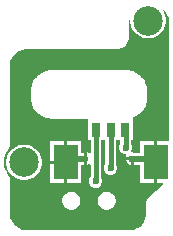
<source format=gbl>
G04*
G04 #@! TF.GenerationSoftware,Altium Limited,Altium Designer,22.0.2 (36)*
G04*
G04 Layer_Physical_Order=2*
G04 Layer_Color=16711680*
%FSLAX25Y25*%
%MOIN*%
G70*
G04*
G04 #@! TF.SameCoordinates,C39F9318-1882-4917-9D17-B6DD066E8D87*
G04*
G04*
G04 #@! TF.FilePolarity,Positive*
G04*
G01*
G75*
%ADD19C,0.01500*%
%ADD20C,0.02000*%
%ADD22C,0.09843*%
%ADD23C,0.02362*%
%ADD24R,0.08268X0.11811*%
%ADD25R,0.03150X0.05118*%
G36*
X47134Y50266D02*
X47721Y49210D01*
X48123Y48069D01*
X48326Y46877D01*
X48326Y46408D01*
X48311Y45970D01*
X48309Y45908D01*
X48308Y45906D01*
X48308D01*
X48309Y45416D01*
X48308Y7004D01*
X44315D01*
Y98D01*
Y-6807D01*
X46299D01*
X46477Y-7275D01*
X41645Y-11562D01*
X41282Y-11884D01*
X41280Y-11886D01*
X41280Y-11886D01*
X41159Y-12005D01*
X40957Y-12278D01*
X40815Y-12587D01*
X40741Y-12918D01*
Y-12918D01*
X40730Y-13087D01*
X40745Y-13171D01*
X40745Y-13171D01*
X40745Y-17016D01*
X40724Y-17197D01*
X40722Y-17200D01*
Y-17200D01*
X40715Y-17213D01*
X40686Y-17514D01*
X40623Y-18023D01*
X40325Y-19001D01*
X39861Y-19912D01*
X39247Y-20729D01*
X38501Y-21429D01*
X37645Y-21988D01*
X36706Y-22391D01*
X35710Y-22626D01*
X35200Y-22655D01*
X35192Y-22658D01*
X35175Y-22661D01*
X35158Y-22664D01*
X35141Y-22665D01*
X517D01*
X-616Y-22440D01*
X-1684Y-21998D01*
X-2644Y-21356D01*
X-3053Y-20948D01*
X-3054Y-20947D01*
X-3055Y-20947D01*
X-3384Y-20617D01*
X-3463Y-20538D01*
X-4105Y-19577D01*
X-4548Y-18509D01*
X-4773Y-17375D01*
X-4773Y-16796D01*
X-4773Y-16794D01*
X-4773Y-16794D01*
X-4773Y-5554D01*
X-4778Y-5423D01*
X-4820Y-5165D01*
X-4876Y-4995D01*
X-4903Y-4916D01*
X-4903Y-4916D01*
X-5024Y-4684D01*
X-5098Y-4576D01*
X-5098Y-4576D01*
X-5098Y-4576D01*
X-5365Y-4196D01*
X-5407Y-4133D01*
X-5521Y-3950D01*
X-5576Y-3857D01*
X-5576Y-3857D01*
X-5577Y-3856D01*
X-5578Y-3855D01*
X-5867Y-3362D01*
X-6296Y-2302D01*
X-6565Y-1192D01*
X-6669Y-53D01*
X-6605Y1088D01*
X-6376Y2208D01*
X-5986Y3282D01*
X-5442Y4287D01*
X-5099Y4747D01*
X-5025Y4855D01*
X-4903Y5088D01*
X-4820Y5336D01*
X-4778Y5595D01*
X-4773Y5727D01*
X-4773D01*
Y5728D01*
X-4773Y5730D01*
Y31978D01*
X-4773Y32556D01*
X-4548Y33689D01*
X-4105Y34757D01*
X-3463Y35718D01*
X-3054Y36128D01*
X-3053Y36129D01*
X-2644Y36537D01*
X-1684Y37178D01*
X-616Y37620D01*
X517Y37845D01*
X1095Y37845D01*
X1110Y37845D01*
X1141Y37841D01*
X1172Y37833D01*
X1201Y37821D01*
X1214Y37813D01*
X1214Y37813D01*
X31730Y37936D01*
X32031Y37988D01*
X32614Y38169D01*
X33156Y38448D01*
X33643Y38816D01*
X34058Y39264D01*
X34389Y39776D01*
X34627Y40338D01*
X34764Y40933D01*
X34793Y41237D01*
X34793Y41237D01*
X34846Y45956D01*
X34844Y45963D01*
X34840Y45979D01*
X34838Y45994D01*
X34836Y46010D01*
X34811Y46610D01*
X34918Y47473D01*
X35418Y47442D01*
Y46661D01*
X35645Y45517D01*
X36092Y44439D01*
X36740Y43470D01*
X37564Y42645D01*
X38534Y41997D01*
X39612Y41550D01*
X40756Y41323D01*
X41922D01*
X43066Y41550D01*
X44144Y41997D01*
X45114Y42645D01*
X45938Y43470D01*
X46586Y44439D01*
X47033Y45517D01*
X47260Y46661D01*
Y47827D01*
X47033Y48971D01*
X46586Y50049D01*
X46184Y50651D01*
X46588Y50947D01*
X47134Y50266D01*
D02*
G37*
%LPC*%
G36*
X9292Y30666D02*
X9292Y30666D01*
X8699Y30666D01*
X8600Y30646D01*
X8500D01*
X7336Y30415D01*
X7243Y30376D01*
X7145Y30357D01*
X6048Y29903D01*
X5965Y29847D01*
X5872Y29809D01*
X4886Y29149D01*
X4815Y29078D01*
X4731Y29023D01*
X4312Y28603D01*
X4312Y28603D01*
X4311Y28603D01*
X3892Y28183D01*
X3836Y28100D01*
X3765Y28029D01*
X3106Y27042D01*
X3068Y26950D01*
X3012Y26866D01*
X2558Y25770D01*
X2538Y25671D01*
X2500Y25579D01*
X2268Y24415D01*
Y24315D01*
X2249Y24216D01*
X2249Y23623D01*
Y21654D01*
X2249Y21061D01*
X2268Y20962D01*
Y20862D01*
X2500Y19698D01*
X2538Y19605D01*
X2558Y19507D01*
X3012Y18411D01*
X3068Y18327D01*
X3106Y18235D01*
X3765Y17248D01*
X3836Y17177D01*
X3892Y17093D01*
X4311Y16674D01*
X4312Y16674D01*
X4312Y16674D01*
X4731Y16254D01*
X4814Y16198D01*
X4885Y16127D01*
X5872Y15468D01*
X5965Y15430D01*
X6048Y15374D01*
X7145Y14920D01*
X7243Y14900D01*
X7336Y14862D01*
X8500Y14631D01*
X8600D01*
X8699Y14611D01*
X9292Y14611D01*
X20911D01*
X21358Y14484D01*
X21358Y14111D01*
Y7366D01*
X22149D01*
Y3191D01*
X21687Y3000D01*
X21611Y3075D01*
X20876Y3380D01*
Y1226D01*
Y-927D01*
X21611Y-623D01*
X21687Y-548D01*
X22149Y-739D01*
Y-4901D01*
X22084Y-4966D01*
X21752Y-5768D01*
Y-6635D01*
X22084Y-7437D01*
X22697Y-8051D01*
X23499Y-8383D01*
X24367D01*
X25168Y-8051D01*
X25782Y-7437D01*
X26114Y-6635D01*
Y-5768D01*
X25782Y-4966D01*
X25717Y-4901D01*
Y7366D01*
X27070D01*
Y-604D01*
X27005Y-668D01*
X26673Y-1470D01*
Y-2338D01*
X27005Y-3139D01*
X27619Y-3753D01*
X28420Y-4085D01*
X29288D01*
X30090Y-3753D01*
X30703Y-3139D01*
X31035Y-2338D01*
Y-1470D01*
X30703Y-668D01*
X30638Y-604D01*
Y7366D01*
X32003D01*
Y6188D01*
X31951Y6135D01*
X31619Y5334D01*
Y4466D01*
X31951Y3664D01*
X32564Y3051D01*
X33366Y2719D01*
X33773D01*
X33797Y2701D01*
X34066Y2219D01*
X33851Y1698D01*
X36004D01*
Y1198D01*
X36505D01*
Y-955D01*
X36781Y-841D01*
X38681D01*
Y-6807D01*
X43315D01*
Y98D01*
Y7004D01*
X38681D01*
Y3238D01*
X36781D01*
X36438Y3379D01*
X36031D01*
X36007Y3397D01*
X35738Y3880D01*
X35981Y4466D01*
Y5334D01*
X35649Y6135D01*
X35572Y6213D01*
Y7366D01*
X36350D01*
Y14484D01*
X36350Y14484D01*
X36276Y14962D01*
X37247Y15373D01*
X37321Y15424D01*
X37404Y15457D01*
X38289Y16030D01*
X38353Y16093D01*
X38429Y16140D01*
X39201Y16858D01*
X39254Y16931D01*
X39320Y16990D01*
X39956Y17832D01*
X39995Y17912D01*
X40050Y17983D01*
X40530Y18922D01*
X40554Y19008D01*
X40596Y19087D01*
X40905Y20095D01*
X40914Y20184D01*
X40943Y20269D01*
X41007Y20792D01*
X41007Y20793D01*
X41007Y20794D01*
X41014Y20846D01*
X41013Y20855D01*
X41016Y20864D01*
X41027Y20968D01*
X41026Y20977D01*
X41028Y20986D01*
X41037Y21091D01*
X41036Y21100D01*
X41039Y21109D01*
X41046Y21214D01*
X41045Y21223D01*
X41047Y21231D01*
X41050Y21284D01*
X41050Y21284D01*
X41052Y21324D01*
X41051Y21330D01*
X41053Y21337D01*
X41056Y21416D01*
X41055Y21423D01*
X41056Y21429D01*
X41058Y21509D01*
X41057Y21515D01*
X41058Y21522D01*
X41059Y21601D01*
X41058Y21608D01*
X41059Y21615D01*
X41059Y21654D01*
X41059Y23623D01*
X41059Y23623D01*
X41059Y24216D01*
X41040Y24315D01*
Y24415D01*
X40808Y25579D01*
X40770Y25671D01*
X40750Y25770D01*
X40296Y26866D01*
X40241Y26950D01*
X40202Y27042D01*
X39543Y28029D01*
X39472Y28100D01*
X39416Y28183D01*
X38997Y28603D01*
X38997Y28603D01*
X38997Y28603D01*
X38577Y29023D01*
X38494Y29078D01*
X38423Y29149D01*
X37436Y29809D01*
X37343Y29847D01*
X37260Y29903D01*
X36163Y30357D01*
X36065Y30376D01*
X35972Y30415D01*
X34808Y30646D01*
X34708D01*
X34610Y30666D01*
X34016Y30666D01*
X9292Y30666D01*
D02*
G37*
G36*
X13394Y7004D02*
X8760D01*
Y598D01*
X13394D01*
Y7004D01*
D02*
G37*
G36*
X19027D02*
X14393D01*
Y98D01*
Y-6807D01*
X19027D01*
Y-813D01*
X19599D01*
X19876Y-927D01*
Y1226D01*
Y3380D01*
X19599Y3265D01*
X19027D01*
Y7004D01*
D02*
G37*
G36*
X35504Y698D02*
X33851D01*
X34155Y-37D01*
X34769Y-651D01*
X35504Y-955D01*
Y698D01*
D02*
G37*
G36*
X583Y5921D02*
X-583D01*
X-1727Y5694D01*
X-2805Y5247D01*
X-3775Y4599D01*
X-4599Y3775D01*
X-5247Y2805D01*
X-5694Y1727D01*
X-5921Y583D01*
Y-583D01*
X-5694Y-1727D01*
X-5247Y-2805D01*
X-4599Y-3775D01*
X-3775Y-4599D01*
X-2805Y-5247D01*
X-1727Y-5694D01*
X-583Y-5921D01*
X583D01*
X1727Y-5694D01*
X2805Y-5247D01*
X3775Y-4599D01*
X4599Y-3775D01*
X5247Y-2805D01*
X5694Y-1727D01*
X5921Y-583D01*
Y583D01*
X5694Y1727D01*
X5247Y2805D01*
X4599Y3775D01*
X3775Y4599D01*
X2805Y5247D01*
X1727Y5694D01*
X583Y5921D01*
D02*
G37*
G36*
X13394Y-402D02*
X8760D01*
Y-6807D01*
X13394D01*
Y-402D01*
D02*
G37*
G36*
X27930Y-9819D02*
X27149D01*
X26394Y-10021D01*
X25717Y-10412D01*
X25164Y-10965D01*
X24773Y-11642D01*
X24571Y-12397D01*
Y-13178D01*
X24773Y-13933D01*
X25164Y-14610D01*
X25717Y-15163D01*
X26394Y-15554D01*
X27149Y-15756D01*
X27930D01*
X28685Y-15554D01*
X29362Y-15163D01*
X29915Y-14610D01*
X30306Y-13933D01*
X30508Y-13178D01*
Y-12397D01*
X30306Y-11642D01*
X29915Y-10965D01*
X29362Y-10412D01*
X28685Y-10021D01*
X27930Y-9819D01*
D02*
G37*
G36*
X16119D02*
X15337D01*
X14583Y-10021D01*
X13906Y-10412D01*
X13353Y-10965D01*
X12962Y-11642D01*
X12760Y-12397D01*
Y-13178D01*
X12962Y-13933D01*
X13353Y-14610D01*
X13906Y-15163D01*
X14583Y-15554D01*
X15337Y-15756D01*
X16119D01*
X16874Y-15554D01*
X17551Y-15163D01*
X18104Y-14610D01*
X18495Y-13933D01*
X18697Y-13178D01*
Y-12397D01*
X18495Y-11642D01*
X18104Y-10965D01*
X17551Y-10412D01*
X16874Y-10021D01*
X16119Y-9819D01*
D02*
G37*
%LPD*%
D19*
X23933Y-6202D02*
Y10925D01*
X28854Y-1923D02*
X28931Y-2000D01*
X28854Y-1923D02*
Y-1904D01*
Y10925D01*
X33700Y10850D02*
X33788Y10762D01*
Y4912D02*
Y10762D01*
Y4912D02*
X33800Y4900D01*
D20*
X13866Y1226D02*
X20376D01*
X36004Y1198D02*
X43815D01*
X43238Y-478D02*
X43815Y98D01*
D22*
X41339Y47244D02*
D03*
X0Y0D02*
D03*
D23*
X20376Y1226D02*
D03*
X28854Y-1904D02*
D03*
X23933Y-6202D02*
D03*
X36004Y1198D02*
D03*
X33800Y4900D02*
D03*
D24*
X43815Y98D02*
D03*
X13893D02*
D03*
D25*
X33775Y10925D02*
D03*
X28854D02*
D03*
X23933D02*
D03*
M02*

</source>
